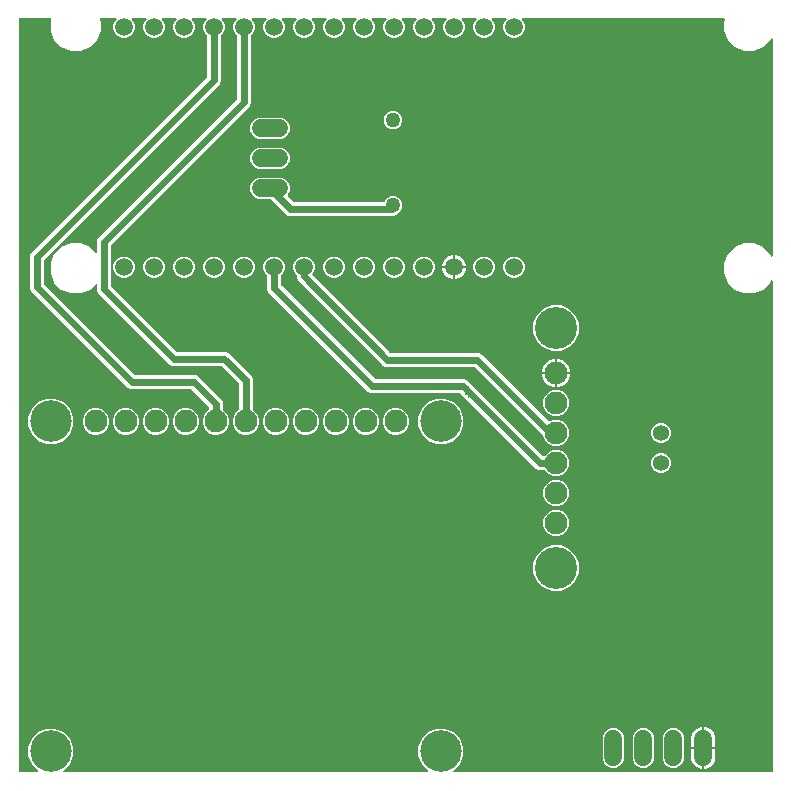
<source format=gbr>
G04 EAGLE Gerber RS-274X export*
G75*
%MOMM*%
%FSLAX34Y34*%
%LPD*%
%INTop Copper*%
%IPPOS*%
%AMOC8*
5,1,8,0,0,1.08239X$1,22.5*%
G01*
G04 Define Apertures*
%ADD10C,1.524000*%
%ADD11C,1.260000*%
%ADD12C,0.001000*%
%ADD13C,1.930400*%
%ADD14C,3.516000*%
%ADD15C,1.508000*%
%ADD16C,1.358000*%
%ADD17C,3.556000*%
%ADD18C,0.600000*%
G36*
X32000Y20982D02*
X31703Y20922D01*
X16684Y20922D01*
X16409Y20973D01*
X16154Y21137D01*
X15982Y21387D01*
X15922Y21684D01*
X15922Y658316D01*
X15973Y658591D01*
X16137Y658846D01*
X16387Y659018D01*
X16684Y659078D01*
X42723Y659078D01*
X42992Y659029D01*
X43248Y658868D01*
X43422Y658619D01*
X43485Y658322D01*
X43427Y658024D01*
X42856Y656647D01*
X42856Y648229D01*
X46077Y640452D01*
X52030Y634499D01*
X59807Y631278D01*
X68225Y631278D01*
X76002Y634499D01*
X81955Y640452D01*
X85176Y648229D01*
X85176Y656647D01*
X84605Y658024D01*
X84548Y658292D01*
X84599Y658591D01*
X84762Y658846D01*
X85012Y659018D01*
X85309Y659078D01*
X97850Y659078D01*
X98113Y659031D01*
X98371Y658872D01*
X98547Y658624D01*
X98612Y658328D01*
X98556Y658030D01*
X98389Y657777D01*
X97284Y656672D01*
X95904Y653341D01*
X95904Y649735D01*
X97284Y646404D01*
X99834Y643854D01*
X103165Y642474D01*
X106771Y642474D01*
X110102Y643854D01*
X112652Y646404D01*
X114032Y649735D01*
X114032Y653341D01*
X112652Y656672D01*
X111547Y657777D01*
X111394Y657997D01*
X111324Y658292D01*
X111375Y658591D01*
X111539Y658846D01*
X111789Y659018D01*
X112086Y659078D01*
X123250Y659078D01*
X123513Y659031D01*
X123771Y658872D01*
X123947Y658624D01*
X124012Y658328D01*
X123956Y658030D01*
X123789Y657777D01*
X122684Y656672D01*
X121304Y653341D01*
X121304Y649735D01*
X122684Y646404D01*
X125234Y643854D01*
X128565Y642474D01*
X132171Y642474D01*
X135502Y643854D01*
X138052Y646404D01*
X139432Y649735D01*
X139432Y653341D01*
X138052Y656672D01*
X136947Y657777D01*
X136794Y657997D01*
X136724Y658292D01*
X136775Y658591D01*
X136939Y658846D01*
X137189Y659018D01*
X137486Y659078D01*
X148650Y659078D01*
X148913Y659031D01*
X149171Y658872D01*
X149347Y658624D01*
X149412Y658328D01*
X149356Y658030D01*
X149189Y657777D01*
X148084Y656672D01*
X146704Y653341D01*
X146704Y649735D01*
X148084Y646404D01*
X150634Y643854D01*
X153965Y642474D01*
X157571Y642474D01*
X160902Y643854D01*
X163452Y646404D01*
X164832Y649735D01*
X164832Y653341D01*
X163452Y656672D01*
X162347Y657777D01*
X162194Y657997D01*
X162124Y658292D01*
X162175Y658591D01*
X162339Y658846D01*
X162589Y659018D01*
X162886Y659078D01*
X174050Y659078D01*
X174313Y659031D01*
X174571Y658872D01*
X174747Y658624D01*
X174812Y658328D01*
X174756Y658030D01*
X174589Y657777D01*
X173484Y656672D01*
X172104Y653341D01*
X172104Y649735D01*
X173484Y646404D01*
X174945Y644943D01*
X175108Y644701D01*
X175168Y644404D01*
X175168Y609969D01*
X175112Y609683D01*
X174945Y609430D01*
X25913Y460399D01*
X25000Y458193D01*
X25000Y430807D01*
X25913Y428601D01*
X108601Y345913D01*
X110807Y345000D01*
X161781Y345000D01*
X162067Y344944D01*
X162320Y344777D01*
X176457Y330640D01*
X176620Y330398D01*
X176680Y330101D01*
X176680Y328023D01*
X176636Y327767D01*
X176479Y327507D01*
X176452Y327488D01*
X176456Y327484D01*
X173205Y324233D01*
X171504Y320125D01*
X171504Y315679D01*
X173205Y311571D01*
X176349Y308427D01*
X180457Y306726D01*
X184903Y306726D01*
X189011Y308427D01*
X192155Y311571D01*
X193856Y315679D01*
X193856Y320125D01*
X192155Y324233D01*
X188912Y327475D01*
X188912Y327475D01*
X188912Y327476D01*
X188904Y327484D01*
X188905Y327485D01*
X188740Y327726D01*
X188680Y328023D01*
X188680Y334095D01*
X187767Y336301D01*
X167981Y356087D01*
X165775Y357000D01*
X114801Y357000D01*
X114515Y357056D01*
X114262Y357223D01*
X37223Y434262D01*
X37060Y434504D01*
X37000Y434801D01*
X37000Y454199D01*
X37056Y454485D01*
X37223Y454738D01*
X186255Y603769D01*
X187168Y605975D01*
X187168Y644404D01*
X187224Y644690D01*
X187391Y644943D01*
X188852Y646404D01*
X190232Y649735D01*
X190232Y653341D01*
X188852Y656672D01*
X187747Y657777D01*
X187594Y657997D01*
X187524Y658292D01*
X187575Y658591D01*
X187739Y658846D01*
X187989Y659018D01*
X188286Y659078D01*
X199450Y659078D01*
X199713Y659031D01*
X199971Y658872D01*
X200147Y658624D01*
X200212Y658328D01*
X200156Y658030D01*
X199989Y657777D01*
X198884Y656672D01*
X197504Y653341D01*
X197504Y649735D01*
X198884Y646404D01*
X200345Y644943D01*
X200508Y644701D01*
X200568Y644404D01*
X200568Y591369D01*
X200512Y591083D01*
X200345Y590830D01*
X83089Y473575D01*
X82176Y471369D01*
X82176Y461042D01*
X82129Y460779D01*
X81970Y460521D01*
X81722Y460346D01*
X81426Y460280D01*
X81128Y460336D01*
X80875Y460504D01*
X76002Y465377D01*
X68225Y468598D01*
X59807Y468598D01*
X52030Y465377D01*
X46077Y459424D01*
X42856Y451647D01*
X42856Y443229D01*
X46077Y435452D01*
X52030Y429499D01*
X59807Y426278D01*
X68225Y426278D01*
X76002Y429499D01*
X80875Y434372D01*
X81095Y434525D01*
X81390Y434595D01*
X81689Y434544D01*
X81944Y434381D01*
X82116Y434131D01*
X82176Y433834D01*
X82176Y428631D01*
X83089Y426425D01*
X143601Y365913D01*
X145807Y365000D01*
X187181Y365000D01*
X187467Y364944D01*
X187720Y364777D01*
X201857Y350640D01*
X202020Y350398D01*
X202080Y350101D01*
X202080Y328023D01*
X202036Y327767D01*
X201879Y327507D01*
X201852Y327488D01*
X201856Y327484D01*
X198605Y324233D01*
X196904Y320125D01*
X196904Y315679D01*
X198605Y311571D01*
X201749Y308427D01*
X205857Y306726D01*
X210303Y306726D01*
X214411Y308427D01*
X217555Y311571D01*
X219256Y315679D01*
X219256Y320125D01*
X217555Y324233D01*
X214312Y327475D01*
X214312Y327475D01*
X214312Y327476D01*
X214304Y327484D01*
X214305Y327485D01*
X214140Y327726D01*
X214080Y328023D01*
X214080Y354095D01*
X213167Y356301D01*
X193381Y376087D01*
X191175Y377000D01*
X149801Y377000D01*
X149515Y377056D01*
X149262Y377223D01*
X94399Y432086D01*
X94236Y432328D01*
X94176Y432625D01*
X94176Y467375D01*
X94232Y467661D01*
X94399Y467914D01*
X211655Y585169D01*
X212568Y587375D01*
X212568Y644404D01*
X212624Y644690D01*
X212791Y644943D01*
X214252Y646404D01*
X215632Y649735D01*
X215632Y653341D01*
X214252Y656672D01*
X213147Y657777D01*
X212994Y657997D01*
X212924Y658292D01*
X212975Y658591D01*
X213139Y658846D01*
X213389Y659018D01*
X213686Y659078D01*
X224850Y659078D01*
X225113Y659031D01*
X225371Y658872D01*
X225547Y658624D01*
X225612Y658328D01*
X225556Y658030D01*
X225389Y657777D01*
X224284Y656672D01*
X222904Y653341D01*
X222904Y649735D01*
X224284Y646404D01*
X226834Y643854D01*
X230165Y642474D01*
X233771Y642474D01*
X237102Y643854D01*
X239652Y646404D01*
X241032Y649735D01*
X241032Y653341D01*
X239652Y656672D01*
X238547Y657777D01*
X238394Y657997D01*
X238324Y658292D01*
X238375Y658591D01*
X238539Y658846D01*
X238789Y659018D01*
X239086Y659078D01*
X250250Y659078D01*
X250513Y659031D01*
X250771Y658872D01*
X250947Y658624D01*
X251012Y658328D01*
X250956Y658030D01*
X250789Y657777D01*
X249684Y656672D01*
X248304Y653341D01*
X248304Y649735D01*
X249684Y646404D01*
X252234Y643854D01*
X255565Y642474D01*
X259171Y642474D01*
X262502Y643854D01*
X265052Y646404D01*
X266432Y649735D01*
X266432Y653341D01*
X265052Y656672D01*
X263947Y657777D01*
X263794Y657997D01*
X263724Y658292D01*
X263775Y658591D01*
X263939Y658846D01*
X264189Y659018D01*
X264486Y659078D01*
X275650Y659078D01*
X275913Y659031D01*
X276171Y658872D01*
X276347Y658624D01*
X276412Y658328D01*
X276356Y658030D01*
X276189Y657777D01*
X275084Y656672D01*
X273704Y653341D01*
X273704Y649735D01*
X275084Y646404D01*
X277634Y643854D01*
X280965Y642474D01*
X284571Y642474D01*
X287902Y643854D01*
X290452Y646404D01*
X291832Y649735D01*
X291832Y653341D01*
X290452Y656672D01*
X289347Y657777D01*
X289194Y657997D01*
X289124Y658292D01*
X289175Y658591D01*
X289339Y658846D01*
X289589Y659018D01*
X289886Y659078D01*
X301050Y659078D01*
X301313Y659031D01*
X301571Y658872D01*
X301747Y658624D01*
X301812Y658328D01*
X301756Y658030D01*
X301589Y657777D01*
X300484Y656672D01*
X299104Y653341D01*
X299104Y649735D01*
X300484Y646404D01*
X303034Y643854D01*
X306365Y642474D01*
X309971Y642474D01*
X313302Y643854D01*
X315852Y646404D01*
X317232Y649735D01*
X317232Y653341D01*
X315852Y656672D01*
X314747Y657777D01*
X314594Y657997D01*
X314524Y658292D01*
X314575Y658591D01*
X314739Y658846D01*
X314989Y659018D01*
X315286Y659078D01*
X326450Y659078D01*
X326713Y659031D01*
X326971Y658872D01*
X327147Y658624D01*
X327212Y658328D01*
X327156Y658030D01*
X326989Y657777D01*
X325884Y656672D01*
X324504Y653341D01*
X324504Y649735D01*
X325884Y646404D01*
X328434Y643854D01*
X331765Y642474D01*
X335371Y642474D01*
X338702Y643854D01*
X341252Y646404D01*
X342632Y649735D01*
X342632Y653341D01*
X341252Y656672D01*
X340147Y657777D01*
X339994Y657997D01*
X339924Y658292D01*
X339975Y658591D01*
X340139Y658846D01*
X340389Y659018D01*
X340686Y659078D01*
X351850Y659078D01*
X352113Y659031D01*
X352371Y658872D01*
X352547Y658624D01*
X352612Y658328D01*
X352556Y658030D01*
X352389Y657777D01*
X351284Y656672D01*
X349904Y653341D01*
X349904Y649735D01*
X351284Y646404D01*
X353834Y643854D01*
X357165Y642474D01*
X360771Y642474D01*
X364102Y643854D01*
X366652Y646404D01*
X368032Y649735D01*
X368032Y653341D01*
X366652Y656672D01*
X365547Y657777D01*
X365394Y657997D01*
X365324Y658292D01*
X365375Y658591D01*
X365539Y658846D01*
X365789Y659018D01*
X366086Y659078D01*
X377250Y659078D01*
X377513Y659031D01*
X377771Y658872D01*
X377947Y658624D01*
X378012Y658328D01*
X377956Y658030D01*
X377789Y657777D01*
X376684Y656672D01*
X375304Y653341D01*
X375304Y649735D01*
X376684Y646404D01*
X379234Y643854D01*
X382565Y642474D01*
X386171Y642474D01*
X389502Y643854D01*
X392052Y646404D01*
X393432Y649735D01*
X393432Y653341D01*
X392052Y656672D01*
X390947Y657777D01*
X390794Y657997D01*
X390724Y658292D01*
X390775Y658591D01*
X390939Y658846D01*
X391189Y659018D01*
X391486Y659078D01*
X402650Y659078D01*
X402913Y659031D01*
X403171Y658872D01*
X403347Y658624D01*
X403412Y658328D01*
X403356Y658030D01*
X403189Y657777D01*
X402084Y656672D01*
X400704Y653341D01*
X400704Y649735D01*
X402084Y646404D01*
X404634Y643854D01*
X407965Y642474D01*
X411571Y642474D01*
X414902Y643854D01*
X417452Y646404D01*
X418832Y649735D01*
X418832Y653341D01*
X417452Y656672D01*
X416347Y657777D01*
X416194Y657997D01*
X416124Y658292D01*
X416175Y658591D01*
X416339Y658846D01*
X416589Y659018D01*
X416886Y659078D01*
X428050Y659078D01*
X428313Y659031D01*
X428571Y658872D01*
X428747Y658624D01*
X428812Y658328D01*
X428756Y658030D01*
X428589Y657777D01*
X427484Y656672D01*
X426104Y653341D01*
X426104Y649735D01*
X427484Y646404D01*
X430034Y643854D01*
X433365Y642474D01*
X436971Y642474D01*
X440302Y643854D01*
X442852Y646404D01*
X444232Y649735D01*
X444232Y653341D01*
X442852Y656672D01*
X441747Y657777D01*
X441594Y657997D01*
X441524Y658292D01*
X441575Y658591D01*
X441739Y658846D01*
X441989Y659018D01*
X442286Y659078D01*
X612723Y659078D01*
X612992Y659029D01*
X613248Y658868D01*
X613422Y658619D01*
X613485Y658322D01*
X613427Y658024D01*
X612856Y656647D01*
X612856Y648229D01*
X616077Y640452D01*
X622030Y634499D01*
X629807Y631278D01*
X638225Y631278D01*
X646002Y634499D01*
X651955Y640452D01*
X652612Y642039D01*
X652752Y642260D01*
X652997Y642439D01*
X653292Y642509D01*
X653591Y642458D01*
X653846Y642295D01*
X654018Y642045D01*
X654078Y641747D01*
X654078Y458129D01*
X654033Y457871D01*
X653876Y457612D01*
X653630Y457434D01*
X653334Y457367D01*
X653036Y457420D01*
X652782Y457586D01*
X652612Y457837D01*
X651955Y459424D01*
X646002Y465377D01*
X638225Y468598D01*
X629807Y468598D01*
X622030Y465377D01*
X616077Y459424D01*
X612856Y451647D01*
X612856Y443229D01*
X616077Y435452D01*
X622030Y429499D01*
X629807Y426278D01*
X638225Y426278D01*
X646002Y429499D01*
X651955Y435452D01*
X652612Y437039D01*
X652752Y437260D01*
X652997Y437439D01*
X653292Y437509D01*
X653591Y437458D01*
X653846Y437295D01*
X654018Y437045D01*
X654078Y436747D01*
X654078Y21684D01*
X654027Y21409D01*
X653863Y21154D01*
X653613Y20982D01*
X653316Y20922D01*
X384457Y20922D01*
X384193Y20969D01*
X383935Y21128D01*
X383760Y21376D01*
X383695Y21672D01*
X383750Y21970D01*
X383918Y22223D01*
X389376Y27680D01*
X392284Y34702D01*
X392284Y42302D01*
X389376Y49324D01*
X384002Y54698D01*
X376980Y57606D01*
X369380Y57606D01*
X362358Y54698D01*
X356984Y49324D01*
X354076Y42302D01*
X354076Y34702D01*
X356984Y27680D01*
X362442Y22223D01*
X362595Y22003D01*
X362665Y21708D01*
X362614Y21409D01*
X362451Y21154D01*
X362200Y20982D01*
X361903Y20922D01*
X54257Y20922D01*
X53993Y20969D01*
X53735Y21128D01*
X53560Y21376D01*
X53495Y21672D01*
X53550Y21970D01*
X53718Y22223D01*
X59176Y27680D01*
X62084Y34702D01*
X62084Y42302D01*
X59176Y49324D01*
X53802Y54698D01*
X46780Y57606D01*
X39180Y57606D01*
X32158Y54698D01*
X26784Y49324D01*
X23876Y42302D01*
X23876Y34702D01*
X26784Y27680D01*
X32242Y22223D01*
X32395Y22003D01*
X32465Y21708D01*
X32414Y21409D01*
X32251Y21154D01*
X32000Y20982D01*
G37*
%LPC*%
G36*
X331244Y565398D02*
X334356Y565398D01*
X337232Y566589D01*
X339433Y568790D01*
X340624Y571666D01*
X340624Y574778D01*
X339433Y577654D01*
X337232Y579855D01*
X334356Y581046D01*
X331244Y581046D01*
X328368Y579855D01*
X326167Y577654D01*
X324976Y574778D01*
X324976Y571666D01*
X326167Y568790D01*
X328368Y566589D01*
X331244Y565398D01*
G37*
G36*
X219261Y556856D02*
X238139Y556856D01*
X241500Y558248D01*
X244072Y560820D01*
X245464Y564181D01*
X245464Y567819D01*
X244072Y571180D01*
X241500Y573752D01*
X238139Y575144D01*
X219261Y575144D01*
X215900Y573752D01*
X213328Y571180D01*
X211936Y567819D01*
X211936Y564181D01*
X213328Y560820D01*
X215900Y558248D01*
X219261Y556856D01*
G37*
G36*
X219261Y531456D02*
X238139Y531456D01*
X241500Y532848D01*
X244072Y535420D01*
X245464Y538781D01*
X245464Y542419D01*
X244072Y545780D01*
X241500Y548352D01*
X238139Y549744D01*
X219261Y549744D01*
X215900Y548352D01*
X213328Y545780D01*
X211936Y542419D01*
X211936Y538781D01*
X213328Y535420D01*
X215900Y532848D01*
X219261Y531456D01*
G37*
G36*
X244707Y492000D02*
X333193Y492000D01*
X335399Y492913D01*
X336173Y493688D01*
X336420Y493853D01*
X337232Y494189D01*
X339433Y496390D01*
X340624Y499266D01*
X340624Y502378D01*
X339433Y505254D01*
X337232Y507455D01*
X334356Y508646D01*
X331244Y508646D01*
X328368Y507455D01*
X326167Y505254D01*
X325843Y504470D01*
X325686Y504232D01*
X325436Y504060D01*
X325139Y504000D01*
X248701Y504000D01*
X248415Y504056D01*
X248162Y504223D01*
X243757Y508628D01*
X243599Y508859D01*
X243534Y509155D01*
X243590Y509453D01*
X243757Y509706D01*
X244072Y510020D01*
X245464Y513381D01*
X245464Y517019D01*
X244072Y520380D01*
X241500Y522952D01*
X238139Y524344D01*
X219261Y524344D01*
X215900Y522952D01*
X213328Y520380D01*
X211936Y517019D01*
X211936Y513381D01*
X213328Y510020D01*
X215900Y507448D01*
X219261Y506056D01*
X229043Y506056D01*
X229329Y506000D01*
X229582Y505833D01*
X242501Y492913D01*
X244707Y492000D01*
G37*
G36*
X385130Y449100D02*
X394448Y449100D01*
X394448Y450343D01*
X392913Y454048D01*
X390078Y456883D01*
X386373Y458418D01*
X385130Y458418D01*
X385130Y449100D01*
G37*
G36*
X374288Y449100D02*
X383606Y449100D01*
X383606Y458418D01*
X382363Y458418D01*
X378658Y456883D01*
X375823Y454048D01*
X374288Y450343D01*
X374288Y449100D01*
G37*
G36*
X357165Y439274D02*
X360771Y439274D01*
X364102Y440654D01*
X366652Y443204D01*
X368032Y446535D01*
X368032Y450141D01*
X366652Y453472D01*
X364102Y456022D01*
X360771Y457402D01*
X357165Y457402D01*
X353834Y456022D01*
X351284Y453472D01*
X349904Y450141D01*
X349904Y446535D01*
X351284Y443204D01*
X353834Y440654D01*
X357165Y439274D01*
G37*
G36*
X179365Y439274D02*
X182971Y439274D01*
X186302Y440654D01*
X188852Y443204D01*
X190232Y446535D01*
X190232Y450141D01*
X188852Y453472D01*
X186302Y456022D01*
X182971Y457402D01*
X179365Y457402D01*
X176034Y456022D01*
X173484Y453472D01*
X172104Y450141D01*
X172104Y446535D01*
X173484Y443204D01*
X176034Y440654D01*
X179365Y439274D01*
G37*
G36*
X153965Y439274D02*
X157571Y439274D01*
X160902Y440654D01*
X163452Y443204D01*
X164832Y446535D01*
X164832Y450141D01*
X163452Y453472D01*
X160902Y456022D01*
X157571Y457402D01*
X153965Y457402D01*
X150634Y456022D01*
X148084Y453472D01*
X146704Y450141D01*
X146704Y446535D01*
X148084Y443204D01*
X150634Y440654D01*
X153965Y439274D01*
G37*
G36*
X331765Y439274D02*
X335371Y439274D01*
X338702Y440654D01*
X341252Y443204D01*
X342632Y446535D01*
X342632Y450141D01*
X341252Y453472D01*
X338702Y456022D01*
X335371Y457402D01*
X331765Y457402D01*
X328434Y456022D01*
X325884Y453472D01*
X324504Y450141D01*
X324504Y446535D01*
X325884Y443204D01*
X328434Y440654D01*
X331765Y439274D01*
G37*
G36*
X103165Y439274D02*
X106771Y439274D01*
X110102Y440654D01*
X112652Y443204D01*
X114032Y446535D01*
X114032Y450141D01*
X112652Y453472D01*
X110102Y456022D01*
X106771Y457402D01*
X103165Y457402D01*
X99834Y456022D01*
X97284Y453472D01*
X95904Y450141D01*
X95904Y446535D01*
X97284Y443204D01*
X99834Y440654D01*
X103165Y439274D01*
G37*
G36*
X128565Y439274D02*
X132171Y439274D01*
X135502Y440654D01*
X138052Y443204D01*
X139432Y446535D01*
X139432Y450141D01*
X138052Y453472D01*
X135502Y456022D01*
X132171Y457402D01*
X128565Y457402D01*
X125234Y456022D01*
X122684Y453472D01*
X121304Y450141D01*
X121304Y446535D01*
X122684Y443204D01*
X125234Y440654D01*
X128565Y439274D01*
G37*
G36*
X280965Y439274D02*
X284571Y439274D01*
X287902Y440654D01*
X290452Y443204D01*
X291832Y446535D01*
X291832Y450141D01*
X290452Y453472D01*
X287902Y456022D01*
X284571Y457402D01*
X280965Y457402D01*
X277634Y456022D01*
X275084Y453472D01*
X273704Y450141D01*
X273704Y446535D01*
X275084Y443204D01*
X277634Y440654D01*
X280965Y439274D01*
G37*
G36*
X433365Y439274D02*
X436971Y439274D01*
X440302Y440654D01*
X442852Y443204D01*
X444232Y446535D01*
X444232Y450141D01*
X442852Y453472D01*
X440302Y456022D01*
X436971Y457402D01*
X433365Y457402D01*
X430034Y456022D01*
X427484Y453472D01*
X426104Y450141D01*
X426104Y446535D01*
X427484Y443204D01*
X430034Y440654D01*
X433365Y439274D01*
G37*
G36*
X407965Y439274D02*
X411571Y439274D01*
X414902Y440654D01*
X417452Y443204D01*
X418832Y446535D01*
X418832Y450141D01*
X417452Y453472D01*
X414902Y456022D01*
X411571Y457402D01*
X407965Y457402D01*
X404634Y456022D01*
X402084Y453472D01*
X400704Y450141D01*
X400704Y446535D01*
X402084Y443204D01*
X404634Y440654D01*
X407965Y439274D01*
G37*
G36*
X306365Y439274D02*
X309971Y439274D01*
X313302Y440654D01*
X315852Y443204D01*
X317232Y446535D01*
X317232Y450141D01*
X315852Y453472D01*
X313302Y456022D01*
X309971Y457402D01*
X306365Y457402D01*
X303034Y456022D01*
X300484Y453472D01*
X299104Y450141D01*
X299104Y446535D01*
X300484Y443204D01*
X303034Y440654D01*
X306365Y439274D01*
G37*
G36*
X468528Y296898D02*
X472974Y296898D01*
X477082Y298599D01*
X480226Y301743D01*
X481927Y305851D01*
X481927Y310297D01*
X480226Y314405D01*
X477082Y317549D01*
X472974Y319250D01*
X468528Y319250D01*
X465256Y317895D01*
X464976Y317837D01*
X464678Y317892D01*
X464426Y318060D01*
X407399Y375087D01*
X405193Y376000D01*
X330801Y376000D01*
X330515Y376056D01*
X330262Y376223D01*
X264706Y441780D01*
X264548Y442010D01*
X264483Y442306D01*
X264538Y442604D01*
X264706Y442857D01*
X265052Y443204D01*
X266432Y446535D01*
X266432Y450141D01*
X265052Y453472D01*
X262502Y456022D01*
X259171Y457402D01*
X255565Y457402D01*
X252234Y456022D01*
X249684Y453472D01*
X248304Y450141D01*
X248304Y446535D01*
X249684Y443204D01*
X251145Y441743D01*
X251308Y441501D01*
X251368Y441204D01*
X251368Y439439D01*
X252281Y437233D01*
X324601Y364913D01*
X326807Y364000D01*
X401199Y364000D01*
X401485Y363944D01*
X401738Y363777D01*
X459405Y306109D01*
X459571Y305862D01*
X461277Y301743D01*
X464420Y298599D01*
X468528Y296898D01*
G37*
G36*
X204765Y439274D02*
X208371Y439274D01*
X211702Y440654D01*
X214252Y443204D01*
X215632Y446535D01*
X215632Y450141D01*
X214252Y453472D01*
X211702Y456022D01*
X208371Y457402D01*
X204765Y457402D01*
X201434Y456022D01*
X198884Y453472D01*
X197504Y450141D01*
X197504Y446535D01*
X198884Y443204D01*
X201434Y440654D01*
X204765Y439274D01*
G37*
G36*
X468528Y271498D02*
X472974Y271498D01*
X477082Y273199D01*
X480226Y276343D01*
X481927Y280451D01*
X481927Y284897D01*
X480226Y289005D01*
X477082Y292149D01*
X472974Y293850D01*
X468528Y293850D01*
X464420Y292149D01*
X461178Y288906D01*
X461178Y288906D01*
X461178Y288906D01*
X461169Y288898D01*
X461168Y288899D01*
X460928Y288734D01*
X460630Y288674D01*
X460127Y288674D01*
X459841Y288730D01*
X459588Y288897D01*
X395399Y353087D01*
X393193Y354000D01*
X317801Y354000D01*
X317515Y354056D01*
X317262Y354223D01*
X238191Y433294D01*
X238028Y433536D01*
X237968Y433833D01*
X237968Y441204D01*
X238024Y441490D01*
X238191Y441743D01*
X239652Y443204D01*
X241032Y446535D01*
X241032Y450141D01*
X239652Y453472D01*
X237102Y456022D01*
X233771Y457402D01*
X230165Y457402D01*
X226834Y456022D01*
X224284Y453472D01*
X222904Y450141D01*
X222904Y446535D01*
X224284Y443204D01*
X225745Y441743D01*
X225908Y441501D01*
X225968Y441204D01*
X225968Y429839D01*
X226881Y427633D01*
X311601Y342913D01*
X313807Y342000D01*
X389199Y342000D01*
X389485Y341944D01*
X389738Y341777D01*
X453927Y277587D01*
X456133Y276674D01*
X460630Y276674D01*
X460887Y276630D01*
X461146Y276473D01*
X461165Y276446D01*
X461169Y276450D01*
X464420Y273199D01*
X468528Y271498D01*
G37*
G36*
X382363Y438258D02*
X383606Y438258D01*
X383606Y447576D01*
X374288Y447576D01*
X374288Y446333D01*
X375823Y442628D01*
X378658Y439793D01*
X382363Y438258D01*
G37*
G36*
X385130Y438258D02*
X386373Y438258D01*
X390078Y439793D01*
X392913Y442628D01*
X394448Y446333D01*
X394448Y447576D01*
X385130Y447576D01*
X385130Y438258D01*
G37*
G36*
X466911Y377670D02*
X474591Y377670D01*
X481686Y380609D01*
X487116Y386039D01*
X490055Y393134D01*
X490055Y400814D01*
X487116Y407909D01*
X481686Y413339D01*
X474591Y416278D01*
X466911Y416278D01*
X459816Y413339D01*
X454386Y407909D01*
X451447Y400814D01*
X451447Y393134D01*
X454386Y386039D01*
X459816Y380609D01*
X466911Y377670D01*
G37*
G36*
X458559Y359636D02*
X469989Y359636D01*
X469989Y371066D01*
X468326Y371066D01*
X463845Y369210D01*
X460415Y365780D01*
X458559Y361299D01*
X458559Y359636D01*
G37*
G36*
X471513Y359636D02*
X482943Y359636D01*
X482943Y361299D01*
X481087Y365780D01*
X477657Y369210D01*
X473176Y371066D01*
X471513Y371066D01*
X471513Y359636D01*
G37*
G36*
X471513Y346682D02*
X473176Y346682D01*
X477657Y348538D01*
X481087Y351968D01*
X482943Y356449D01*
X482943Y358112D01*
X471513Y358112D01*
X471513Y346682D01*
G37*
G36*
X468326Y346682D02*
X469989Y346682D01*
X469989Y358112D01*
X458559Y358112D01*
X458559Y356449D01*
X460415Y351968D01*
X463845Y348538D01*
X468326Y346682D01*
G37*
G36*
X468528Y322298D02*
X472974Y322298D01*
X477082Y323999D01*
X480226Y327143D01*
X481927Y331251D01*
X481927Y335697D01*
X480226Y339805D01*
X477082Y342949D01*
X472974Y344650D01*
X468528Y344650D01*
X464420Y342949D01*
X461277Y339805D01*
X459575Y335697D01*
X459575Y331251D01*
X461277Y327143D01*
X464420Y323999D01*
X468528Y322298D01*
G37*
G36*
X369380Y298798D02*
X376980Y298798D01*
X384002Y301706D01*
X389376Y307080D01*
X392284Y314102D01*
X392284Y321702D01*
X389376Y328724D01*
X384002Y334098D01*
X376980Y337006D01*
X369380Y337006D01*
X362358Y334098D01*
X356984Y328724D01*
X354076Y321702D01*
X354076Y314102D01*
X356984Y307080D01*
X362358Y301706D01*
X369380Y298798D01*
G37*
G36*
X39180Y298798D02*
X46780Y298798D01*
X53802Y301706D01*
X59176Y307080D01*
X62084Y314102D01*
X62084Y321702D01*
X59176Y328724D01*
X53802Y334098D01*
X46780Y337006D01*
X39180Y337006D01*
X32158Y334098D01*
X26784Y328724D01*
X23876Y321702D01*
X23876Y314102D01*
X26784Y307080D01*
X32158Y301706D01*
X39180Y298798D01*
G37*
G36*
X332857Y306726D02*
X337303Y306726D01*
X341411Y308427D01*
X344555Y311571D01*
X346256Y315679D01*
X346256Y320125D01*
X344555Y324233D01*
X341411Y327377D01*
X337303Y329078D01*
X332857Y329078D01*
X328749Y327377D01*
X325605Y324233D01*
X323904Y320125D01*
X323904Y315679D01*
X325605Y311571D01*
X328749Y308427D01*
X332857Y306726D01*
G37*
G36*
X307457Y306726D02*
X311903Y306726D01*
X316011Y308427D01*
X319155Y311571D01*
X320856Y315679D01*
X320856Y320125D01*
X319155Y324233D01*
X316011Y327377D01*
X311903Y329078D01*
X307457Y329078D01*
X303349Y327377D01*
X300205Y324233D01*
X298504Y320125D01*
X298504Y315679D01*
X300205Y311571D01*
X303349Y308427D01*
X307457Y306726D01*
G37*
G36*
X282057Y306726D02*
X286503Y306726D01*
X290611Y308427D01*
X293755Y311571D01*
X295456Y315679D01*
X295456Y320125D01*
X293755Y324233D01*
X290611Y327377D01*
X286503Y329078D01*
X282057Y329078D01*
X277949Y327377D01*
X274805Y324233D01*
X273104Y320125D01*
X273104Y315679D01*
X274805Y311571D01*
X277949Y308427D01*
X282057Y306726D01*
G37*
G36*
X256657Y306726D02*
X261103Y306726D01*
X265211Y308427D01*
X268355Y311571D01*
X270056Y315679D01*
X270056Y320125D01*
X268355Y324233D01*
X265211Y327377D01*
X261103Y329078D01*
X256657Y329078D01*
X252549Y327377D01*
X249405Y324233D01*
X247704Y320125D01*
X247704Y315679D01*
X249405Y311571D01*
X252549Y308427D01*
X256657Y306726D01*
G37*
G36*
X231257Y306726D02*
X235703Y306726D01*
X239811Y308427D01*
X242955Y311571D01*
X244656Y315679D01*
X244656Y320125D01*
X242955Y324233D01*
X239811Y327377D01*
X235703Y329078D01*
X231257Y329078D01*
X227149Y327377D01*
X224005Y324233D01*
X222304Y320125D01*
X222304Y315679D01*
X224005Y311571D01*
X227149Y308427D01*
X231257Y306726D01*
G37*
G36*
X155057Y306726D02*
X159503Y306726D01*
X163611Y308427D01*
X166755Y311571D01*
X168456Y315679D01*
X168456Y320125D01*
X166755Y324233D01*
X163611Y327377D01*
X159503Y329078D01*
X155057Y329078D01*
X150949Y327377D01*
X147805Y324233D01*
X146104Y320125D01*
X146104Y315679D01*
X147805Y311571D01*
X150949Y308427D01*
X155057Y306726D01*
G37*
G36*
X129657Y306726D02*
X134103Y306726D01*
X138211Y308427D01*
X141355Y311571D01*
X143056Y315679D01*
X143056Y320125D01*
X141355Y324233D01*
X138211Y327377D01*
X134103Y329078D01*
X129657Y329078D01*
X125549Y327377D01*
X122405Y324233D01*
X120704Y320125D01*
X120704Y315679D01*
X122405Y311571D01*
X125549Y308427D01*
X129657Y306726D01*
G37*
G36*
X104257Y306726D02*
X108703Y306726D01*
X112811Y308427D01*
X115955Y311571D01*
X117656Y315679D01*
X117656Y320125D01*
X115955Y324233D01*
X112811Y327377D01*
X108703Y329078D01*
X104257Y329078D01*
X100149Y327377D01*
X97005Y324233D01*
X95304Y320125D01*
X95304Y315679D01*
X97005Y311571D01*
X100149Y308427D01*
X104257Y306726D01*
G37*
G36*
X78857Y306726D02*
X83303Y306726D01*
X87411Y308427D01*
X90555Y311571D01*
X92256Y315679D01*
X92256Y320125D01*
X90555Y324233D01*
X87411Y327377D01*
X83303Y329078D01*
X78857Y329078D01*
X74749Y327377D01*
X71605Y324233D01*
X69904Y320125D01*
X69904Y315679D01*
X71605Y311571D01*
X74749Y308427D01*
X78857Y306726D01*
G37*
G36*
X557997Y299760D02*
X561305Y299760D01*
X564361Y301026D01*
X566699Y303364D01*
X567965Y306420D01*
X567965Y309728D01*
X566699Y312784D01*
X564361Y315122D01*
X561305Y316388D01*
X557997Y316388D01*
X554942Y315122D01*
X552603Y312784D01*
X551337Y309728D01*
X551337Y306420D01*
X552603Y303364D01*
X554942Y301026D01*
X557997Y299760D01*
G37*
G36*
X557997Y274360D02*
X561305Y274360D01*
X564361Y275626D01*
X566699Y277964D01*
X567965Y281020D01*
X567965Y284328D01*
X566699Y287384D01*
X564361Y289722D01*
X561305Y290988D01*
X557997Y290988D01*
X554942Y289722D01*
X552603Y287384D01*
X551337Y284328D01*
X551337Y281020D01*
X552603Y277964D01*
X554942Y275626D01*
X557997Y274360D01*
G37*
G36*
X468528Y246098D02*
X472974Y246098D01*
X477082Y247799D01*
X480226Y250943D01*
X481927Y255051D01*
X481927Y259497D01*
X480226Y263605D01*
X477082Y266749D01*
X472974Y268450D01*
X468528Y268450D01*
X464420Y266749D01*
X461277Y263605D01*
X459575Y259497D01*
X459575Y255051D01*
X461277Y250943D01*
X464420Y247799D01*
X468528Y246098D01*
G37*
G36*
X468528Y220698D02*
X472974Y220698D01*
X477082Y222399D01*
X480226Y225543D01*
X481927Y229651D01*
X481927Y234097D01*
X480226Y238205D01*
X477082Y241349D01*
X472974Y243050D01*
X468528Y243050D01*
X464420Y241349D01*
X461277Y238205D01*
X459575Y234097D01*
X459575Y229651D01*
X461277Y225543D01*
X464420Y222399D01*
X468528Y220698D01*
G37*
G36*
X466911Y174470D02*
X474591Y174470D01*
X481686Y177409D01*
X487116Y182839D01*
X490055Y189934D01*
X490055Y197614D01*
X487116Y204709D01*
X481686Y210139D01*
X474591Y213078D01*
X466911Y213078D01*
X459816Y210139D01*
X454386Y204709D01*
X451447Y197614D01*
X451447Y189934D01*
X454386Y182839D01*
X459816Y177409D01*
X466911Y174470D01*
G37*
G36*
X585318Y41924D02*
X594716Y41924D01*
X594716Y58942D01*
X593457Y58942D01*
X589723Y57395D01*
X586865Y54537D01*
X585318Y50803D01*
X585318Y41924D01*
G37*
G36*
X596240Y41924D02*
X605638Y41924D01*
X605638Y50803D01*
X604091Y54537D01*
X601233Y57395D01*
X597499Y58942D01*
X596240Y58942D01*
X596240Y41924D01*
G37*
G36*
X568259Y24398D02*
X571897Y24398D01*
X575258Y25790D01*
X577830Y28362D01*
X579222Y31723D01*
X579222Y50601D01*
X577830Y53962D01*
X575258Y56534D01*
X571897Y57926D01*
X568259Y57926D01*
X564898Y56534D01*
X562326Y53962D01*
X560934Y50601D01*
X560934Y31723D01*
X562326Y28362D01*
X564898Y25790D01*
X568259Y24398D01*
G37*
G36*
X542859Y24398D02*
X546497Y24398D01*
X549858Y25790D01*
X552430Y28362D01*
X553822Y31723D01*
X553822Y50601D01*
X552430Y53962D01*
X549858Y56534D01*
X546497Y57926D01*
X542859Y57926D01*
X539498Y56534D01*
X536926Y53962D01*
X535534Y50601D01*
X535534Y31723D01*
X536926Y28362D01*
X539498Y25790D01*
X542859Y24398D01*
G37*
G36*
X517459Y24398D02*
X521097Y24398D01*
X524458Y25790D01*
X527030Y28362D01*
X528422Y31723D01*
X528422Y50601D01*
X527030Y53962D01*
X524458Y56534D01*
X521097Y57926D01*
X517459Y57926D01*
X514098Y56534D01*
X511526Y53962D01*
X510134Y50601D01*
X510134Y31723D01*
X511526Y28362D01*
X514098Y25790D01*
X517459Y24398D01*
G37*
G36*
X596240Y23382D02*
X597499Y23382D01*
X601233Y24929D01*
X604091Y27787D01*
X605638Y31521D01*
X605638Y40400D01*
X596240Y40400D01*
X596240Y23382D01*
G37*
G36*
X593457Y23382D02*
X594716Y23382D01*
X594716Y40400D01*
X585318Y40400D01*
X585318Y31521D01*
X586865Y27787D01*
X589723Y24929D01*
X593457Y23382D01*
G37*
%LPD*%
D10*
X519278Y33542D02*
X519278Y48782D01*
X544678Y48782D02*
X544678Y33542D01*
X570078Y33542D02*
X570078Y48782D01*
X595478Y48782D02*
X595478Y33542D01*
X236320Y515200D02*
X221080Y515200D01*
X221080Y540600D02*
X236320Y540600D01*
X236320Y566000D02*
X221080Y566000D01*
D11*
X332800Y573222D03*
X332800Y500822D03*
D12*
X68380Y324252D02*
X68380Y311552D01*
X67872Y311552D02*
X67874Y311508D01*
X67880Y311464D01*
X67889Y311421D01*
X67903Y311378D01*
X67920Y311337D01*
X67940Y311298D01*
X67964Y311261D01*
X67991Y311225D01*
X68021Y311193D01*
X68053Y311163D01*
X68089Y311136D01*
X68126Y311112D01*
X68165Y311092D01*
X68206Y311075D01*
X68249Y311061D01*
X68292Y311052D01*
X68336Y311046D01*
X68380Y311044D01*
X68424Y311046D01*
X68468Y311052D01*
X68511Y311061D01*
X68554Y311075D01*
X68595Y311092D01*
X68634Y311112D01*
X68671Y311136D01*
X68707Y311163D01*
X68739Y311193D01*
X68769Y311225D01*
X68796Y311261D01*
X68820Y311298D01*
X68840Y311337D01*
X68857Y311378D01*
X68871Y311421D01*
X68880Y311464D01*
X68886Y311508D01*
X68888Y311552D01*
X68888Y324252D02*
X68886Y324296D01*
X68880Y324340D01*
X68871Y324383D01*
X68857Y324426D01*
X68840Y324467D01*
X68820Y324506D01*
X68796Y324543D01*
X68769Y324579D01*
X68739Y324611D01*
X68707Y324641D01*
X68671Y324668D01*
X68634Y324692D01*
X68595Y324712D01*
X68554Y324729D01*
X68511Y324743D01*
X68468Y324752D01*
X68424Y324758D01*
X68380Y324760D01*
X68336Y324758D01*
X68292Y324752D01*
X68249Y324743D01*
X68206Y324729D01*
X68165Y324712D01*
X68126Y324692D01*
X68089Y324668D01*
X68053Y324641D01*
X68021Y324611D01*
X67991Y324579D01*
X67964Y324543D01*
X67940Y324506D01*
X67920Y324467D01*
X67903Y324426D01*
X67889Y324383D01*
X67880Y324340D01*
X67874Y324296D01*
X67872Y324252D01*
X396201Y338552D02*
X396171Y338554D01*
X396141Y338559D01*
X396112Y338568D01*
X396085Y338581D01*
X396059Y338596D01*
X396035Y338615D01*
X396014Y338636D01*
X395995Y338660D01*
X395980Y338686D01*
X395967Y338713D01*
X395958Y338742D01*
X395953Y338772D01*
X395951Y338802D01*
X395953Y338832D01*
X395958Y338862D01*
X395967Y338891D01*
X395980Y338918D01*
X395995Y338944D01*
X396014Y338968D01*
X396035Y338989D01*
X396059Y339008D01*
X396085Y339023D01*
X396112Y339036D01*
X396141Y339045D01*
X396171Y339050D01*
X396201Y339052D01*
X394330Y345681D02*
X394328Y345711D01*
X394323Y345741D01*
X394314Y345770D01*
X394301Y345797D01*
X394286Y345823D01*
X394267Y345847D01*
X394246Y345868D01*
X394222Y345887D01*
X394196Y345902D01*
X394169Y345915D01*
X394140Y345924D01*
X394110Y345929D01*
X394080Y345931D01*
X394050Y345929D01*
X394020Y345924D01*
X393991Y345915D01*
X393964Y345902D01*
X393938Y345887D01*
X393914Y345868D01*
X393893Y345847D01*
X393874Y345823D01*
X393859Y345797D01*
X393846Y345770D01*
X393837Y345741D01*
X393832Y345711D01*
X393830Y345681D01*
X393830Y340923D02*
X393832Y340893D01*
X393837Y340863D01*
X393846Y340834D01*
X393859Y340807D01*
X393874Y340781D01*
X393893Y340757D01*
X393914Y340736D01*
X393938Y340717D01*
X393964Y340702D01*
X393991Y340689D01*
X394020Y340680D01*
X394050Y340675D01*
X394080Y340673D01*
X394110Y340675D01*
X394140Y340680D01*
X394169Y340689D01*
X394196Y340702D01*
X394222Y340717D01*
X394246Y340736D01*
X394267Y340757D01*
X394286Y340781D01*
X394301Y340807D01*
X394314Y340834D01*
X394323Y340863D01*
X394328Y340893D01*
X394330Y340923D01*
X396201Y347552D02*
X396171Y347554D01*
X396141Y347559D01*
X396112Y347568D01*
X396085Y347581D01*
X396059Y347596D01*
X396035Y347615D01*
X396014Y347636D01*
X395995Y347660D01*
X395980Y347686D01*
X395967Y347713D01*
X395958Y347742D01*
X395953Y347772D01*
X395951Y347802D01*
X395953Y347832D01*
X395958Y347862D01*
X395967Y347891D01*
X395980Y347918D01*
X395995Y347944D01*
X396014Y347968D01*
X396035Y347989D01*
X396059Y348008D01*
X396085Y348023D01*
X396112Y348036D01*
X396141Y348045D01*
X396171Y348050D01*
X396201Y348052D01*
X396080Y344338D02*
X396080Y342266D01*
X396201Y339052D02*
X396171Y339050D01*
X396141Y339045D01*
X396112Y339036D01*
X396085Y339023D01*
X396059Y339008D01*
X396035Y338989D01*
X396014Y338968D01*
X395995Y338944D01*
X395980Y338918D01*
X395967Y338891D01*
X395958Y338862D01*
X395953Y338832D01*
X395951Y338802D01*
X395953Y338772D01*
X395958Y338742D01*
X395967Y338713D01*
X395980Y338686D01*
X395995Y338660D01*
X396014Y338636D01*
X396035Y338615D01*
X396059Y338596D01*
X396085Y338581D01*
X396112Y338568D01*
X396141Y338559D01*
X396171Y338554D01*
X396201Y338552D01*
X394080Y340923D02*
X394080Y345681D01*
X394330Y345681D02*
X394328Y345711D01*
X394323Y345741D01*
X394314Y345770D01*
X394301Y345797D01*
X394286Y345823D01*
X394267Y345847D01*
X394246Y345868D01*
X394222Y345887D01*
X394196Y345902D01*
X394169Y345915D01*
X394140Y345924D01*
X394110Y345929D01*
X394080Y345931D01*
X394050Y345929D01*
X394020Y345924D01*
X393991Y345915D01*
X393964Y345902D01*
X393938Y345887D01*
X393914Y345868D01*
X393893Y345847D01*
X393874Y345823D01*
X393859Y345797D01*
X393846Y345770D01*
X393837Y345741D01*
X393832Y345711D01*
X393830Y345681D01*
X393830Y340923D02*
X393832Y340893D01*
X393837Y340863D01*
X393846Y340834D01*
X393859Y340807D01*
X393874Y340781D01*
X393893Y340757D01*
X393914Y340736D01*
X393938Y340717D01*
X393964Y340702D01*
X393991Y340689D01*
X394020Y340680D01*
X394050Y340675D01*
X394080Y340673D01*
X394110Y340675D01*
X394140Y340680D01*
X394169Y340689D01*
X394196Y340702D01*
X394222Y340717D01*
X394246Y340736D01*
X394267Y340757D01*
X394286Y340781D01*
X394301Y340807D01*
X394314Y340834D01*
X394323Y340863D01*
X394328Y340893D01*
X394330Y340923D01*
X396201Y347552D02*
X396171Y347554D01*
X396141Y347559D01*
X396112Y347568D01*
X396085Y347581D01*
X396059Y347596D01*
X396035Y347615D01*
X396014Y347636D01*
X395995Y347660D01*
X395980Y347686D01*
X395967Y347713D01*
X395958Y347742D01*
X395953Y347772D01*
X395951Y347802D01*
X395953Y347832D01*
X395958Y347862D01*
X395967Y347891D01*
X395980Y347918D01*
X395995Y347944D01*
X396014Y347968D01*
X396035Y347989D01*
X396059Y348008D01*
X396085Y348023D01*
X396112Y348036D01*
X396141Y348045D01*
X396171Y348050D01*
X396201Y348052D01*
D13*
X335080Y317902D03*
X309680Y317902D03*
X284280Y317902D03*
X258880Y317902D03*
X233480Y317902D03*
X208080Y317902D03*
X182680Y317902D03*
X157280Y317902D03*
X131880Y317902D03*
X106480Y317902D03*
X81080Y317902D03*
D14*
X373180Y38502D03*
X42980Y38502D03*
X42980Y317902D03*
X373180Y317902D03*
D15*
X435168Y651538D03*
X409768Y651538D03*
X384368Y651538D03*
X358968Y651538D03*
X333568Y651538D03*
X308168Y651538D03*
X282768Y651538D03*
X257368Y651538D03*
X231968Y651538D03*
X206568Y651538D03*
X181168Y651538D03*
X155768Y651538D03*
X130368Y651538D03*
X104968Y651538D03*
X104968Y448338D03*
X130368Y448338D03*
X155768Y448338D03*
X181168Y448338D03*
X206568Y448338D03*
X231968Y448338D03*
X257368Y448338D03*
X282768Y448338D03*
X308168Y448338D03*
X333568Y448338D03*
X358968Y448338D03*
X384368Y448338D03*
X409768Y448338D03*
X435168Y448338D03*
D13*
X470751Y358874D03*
X470751Y333474D03*
X470751Y308074D03*
X470751Y282674D03*
X470751Y257274D03*
X470751Y231874D03*
D16*
X559651Y308074D03*
X559651Y282674D03*
D17*
X470751Y396974D03*
X470751Y193774D03*
D18*
X328000Y370000D02*
X257368Y440632D01*
X257368Y448338D01*
X328000Y370000D02*
X404000Y370000D01*
X465851Y308149D01*
X465751Y308074D01*
X470751Y308074D01*
X315000Y348000D02*
X231968Y431032D01*
X315000Y348000D02*
X392000Y348000D01*
X457326Y282674D01*
X231968Y431032D02*
X231968Y448338D01*
X457326Y282674D02*
X470751Y282674D01*
X206568Y588568D02*
X206568Y651538D01*
X189982Y371000D02*
X147000Y371000D01*
X208080Y352902D02*
X208080Y317902D01*
X208080Y352902D02*
X189982Y371000D01*
X147000Y371000D02*
X88176Y429824D01*
X88176Y470176D02*
X206568Y588568D01*
X88176Y470176D02*
X88176Y429824D01*
X181168Y607168D02*
X181168Y651538D01*
X181168Y607168D02*
X31000Y457000D01*
X31000Y432000D01*
X112000Y351000D01*
X164582Y351000D01*
X182680Y332902D02*
X182680Y317902D01*
X182680Y332902D02*
X164582Y351000D01*
X332800Y498800D02*
X332800Y500822D01*
X332800Y498800D02*
X332000Y498000D01*
X245900Y498000D01*
X228700Y515200D01*
M02*

</source>
